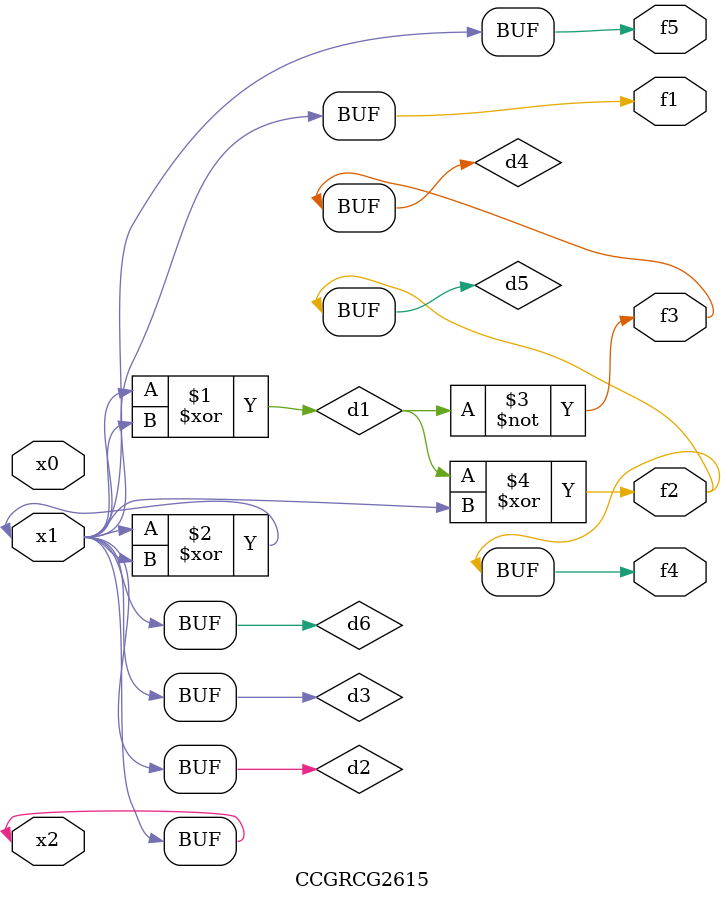
<source format=v>
module CCGRCG2615(
	input x0, x1, x2,
	output f1, f2, f3, f4, f5
);

	wire d1, d2, d3, d4, d5, d6;

	xor (d1, x1, x2);
	buf (d2, x1, x2);
	xor (d3, x1, x2);
	nor (d4, d1);
	xor (d5, d1, d2);
	buf (d6, d2, d3);
	assign f1 = d6;
	assign f2 = d5;
	assign f3 = d4;
	assign f4 = d5;
	assign f5 = d6;
endmodule

</source>
